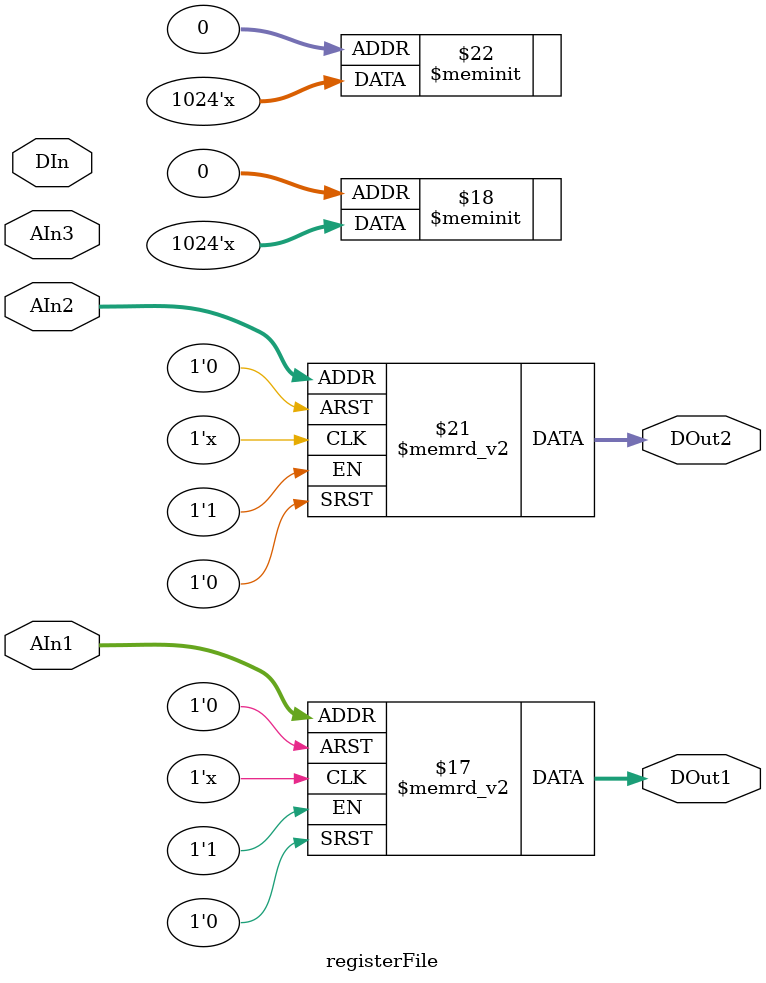
<source format=v>
`timescale 1ns / 1ps

module registerFile(
    output reg[31:0] DOut1,
    output reg[31:0] DOut2,
    input [4:0] AIn1,
    input [4:0] AIn2,
    input [4:0] AIn3,
    input [31:0] DIn
    );
    reg [31:0] rf [31:0];
    
    always@(*)
    begin
        DOut1 <= rf[AIn1];
        DOut2 <= rf[AIn2];
        rf[AIn3] <= (AIn3) ? DIn : 0; //to handle rf[0] is always 0
    end
endmodule

</source>
